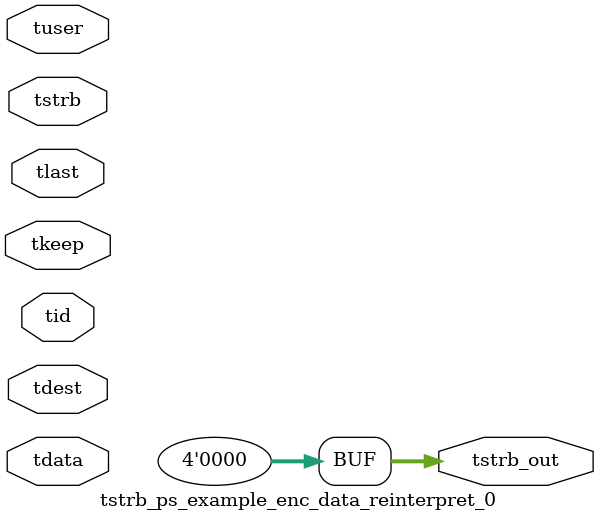
<source format=v>


`timescale 1ps/1ps

module tstrb_ps_example_enc_data_reinterpret_0 #
(
parameter C_S_AXIS_TDATA_WIDTH = 32,
parameter C_S_AXIS_TUSER_WIDTH = 0,
parameter C_S_AXIS_TID_WIDTH   = 0,
parameter C_S_AXIS_TDEST_WIDTH = 0,
parameter C_M_AXIS_TDATA_WIDTH = 32
)
(
input  [(C_S_AXIS_TDATA_WIDTH == 0 ? 1 : C_S_AXIS_TDATA_WIDTH)-1:0     ] tdata,
input  [(C_S_AXIS_TUSER_WIDTH == 0 ? 1 : C_S_AXIS_TUSER_WIDTH)-1:0     ] tuser,
input  [(C_S_AXIS_TID_WIDTH   == 0 ? 1 : C_S_AXIS_TID_WIDTH)-1:0       ] tid,
input  [(C_S_AXIS_TDEST_WIDTH == 0 ? 1 : C_S_AXIS_TDEST_WIDTH)-1:0     ] tdest,
input  [(C_S_AXIS_TDATA_WIDTH/8)-1:0 ] tkeep,
input  [(C_S_AXIS_TDATA_WIDTH/8)-1:0 ] tstrb,
input                                                                    tlast,
output [(C_M_AXIS_TDATA_WIDTH/8)-1:0 ] tstrb_out
);

assign tstrb_out = {1'b0};

endmodule


</source>
